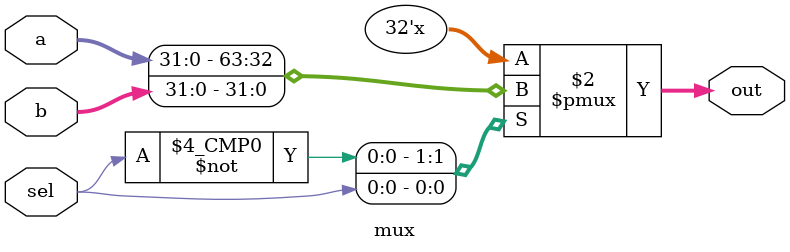
<source format=v>
module mux(
    input [31:0] a,
    input [31:0] b,
    input sel,
    output [31:0] out
    );
    
    reg [31:0] out;
    
    always @(*)
    case(sel)
    1'b0: out = a;
    1'b1: out = b;
    endcase
    
endmodule
</source>
